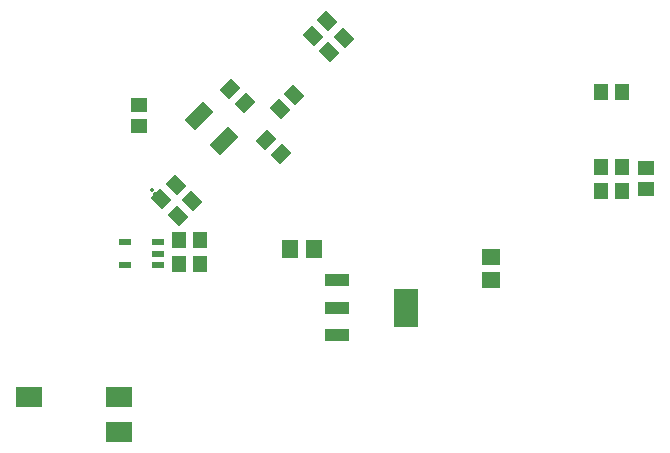
<source format=gbp>
G04 Layer_Color=128*
%FSLAX25Y25*%
%MOIN*%
G70*
G01*
G75*
%ADD10R,0.05315X0.04528*%
%ADD14R,0.04528X0.05315*%
G04:AMPARAMS|DCode=20|XSize=55.12mil|YSize=45.28mil|CornerRadius=0mil|HoleSize=0mil|Usage=FLASHONLY|Rotation=315.000|XOffset=0mil|YOffset=0mil|HoleType=Round|Shape=Rectangle|*
%AMROTATEDRECTD20*
4,1,4,-0.03550,0.00348,-0.00348,0.03550,0.03550,-0.00348,0.00348,-0.03550,-0.03550,0.00348,0.0*
%
%ADD20ROTATEDRECTD20*%

%ADD41P,0.01414X4X360.0*%
%ADD42R,0.03937X0.02362*%
G04:AMPARAMS|DCode=43|XSize=49.21mil|YSize=86.61mil|CornerRadius=0mil|HoleSize=0mil|Usage=FLASHONLY|Rotation=315.000|XOffset=0mil|YOffset=0mil|HoleType=Round|Shape=Rectangle|*
%AMROTATEDRECTD43*
4,1,4,-0.04802,-0.01322,0.01322,0.04802,0.04802,0.01322,-0.01322,-0.04802,-0.04802,-0.01322,0.0*
%
%ADD43ROTATEDRECTD43*%

G04:AMPARAMS|DCode=44|XSize=55.12mil|YSize=45.28mil|CornerRadius=0mil|HoleSize=0mil|Usage=FLASHONLY|Rotation=225.000|XOffset=0mil|YOffset=0mil|HoleType=Round|Shape=Rectangle|*
%AMROTATEDRECTD44*
4,1,4,0.00348,0.03550,0.03550,0.00348,-0.00348,-0.03550,-0.03550,-0.00348,0.00348,0.03550,0.0*
%
%ADD44ROTATEDRECTD44*%

%ADD45R,0.05512X0.04528*%
%ADD46R,0.08661X0.07087*%
%ADD47R,0.08465X0.03937*%
%ADD48R,0.08465X0.12795*%
%ADD49R,0.05512X0.05906*%
%ADD50R,0.05906X0.05512*%
D10*
X69500Y137555D02*
D03*
Y144445D02*
D03*
D14*
X230445Y149000D02*
D03*
X223555D02*
D03*
X89945Y91500D02*
D03*
X83055D02*
D03*
X83000Y99500D02*
D03*
X89890D02*
D03*
X230445Y124000D02*
D03*
X223555D02*
D03*
X230445Y116000D02*
D03*
X223555D02*
D03*
D20*
X87436Y112436D02*
D03*
X82564Y107564D02*
D03*
X81936Y117936D02*
D03*
X77064Y113064D02*
D03*
X121436Y147936D02*
D03*
X116564Y143064D02*
D03*
X137936Y166936D02*
D03*
X133064Y162064D02*
D03*
X132436Y172436D02*
D03*
X127564Y167564D02*
D03*
D41*
X73956Y116044D02*
D03*
X75000Y115000D02*
D03*
D42*
X75913Y98740D02*
D03*
Y95000D02*
D03*
Y91260D02*
D03*
X65087D02*
D03*
Y98740D02*
D03*
D43*
X89518Y141000D02*
D03*
X98009Y132509D02*
D03*
D44*
X116936Y128064D02*
D03*
X112064Y132936D02*
D03*
X100064Y149936D02*
D03*
X104936Y145064D02*
D03*
D45*
X238500Y123445D02*
D03*
Y116555D02*
D03*
D46*
X32921Y47102D02*
D03*
X62843D02*
D03*
Y35685D02*
D03*
D47*
X135484Y67945D02*
D03*
Y77000D02*
D03*
Y86055D02*
D03*
D48*
X158516Y77000D02*
D03*
D49*
X120063Y96500D02*
D03*
X127937D02*
D03*
D50*
X187000Y93937D02*
D03*
Y86063D02*
D03*
M02*

</source>
